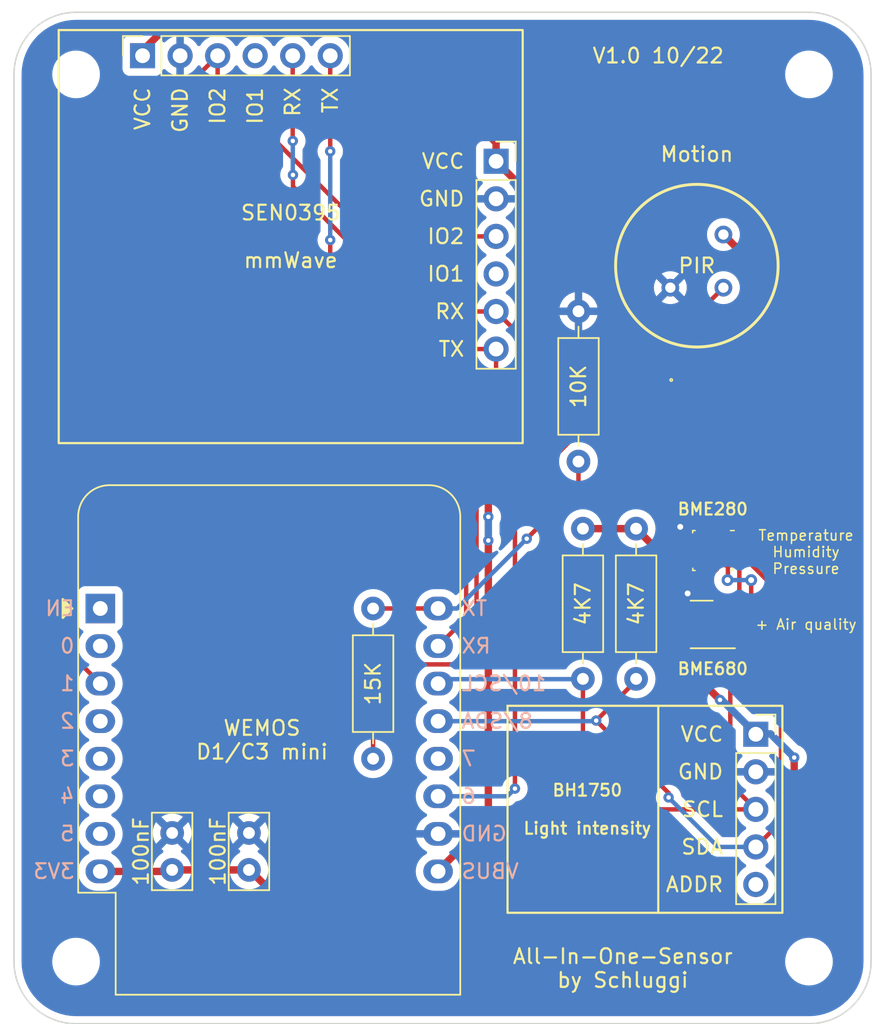
<source format=kicad_pcb>
(kicad_pcb (version 20211014) (generator pcbnew)
  (title_block (title "All-In-One-Sensor") (date "2022-10-18") (rev "1.0") (company "https://github.com/Schluggi/all-in-one-sensor-pcb"))
  (layers (0 "F.Cu" signal) (31 "B.Cu" power) (34 "B.Paste" user) (35 "F.Paste" user) (36 "B.SilkS" user "B.Silkscreen") (37 "F.SilkS" user "F.Silkscreen") (38 "B.Mask" user) (39 "F.Mask" user) (44 "Edge.Cuts" user))
  (net 0 "")
  (net 1 "VCC")
  (net 2 "GND")
  (net 3 "SCL")
  (net 4 "SDA")
  (net 6 "IO2")
  (net 8 "RX")
  (net 9 "TX")
  (net 11 "Net-(U1-Pad2)")
  (net 12 "+5V")
  (net 18 "Net-(R3-Pad1)")
  (footprint "Connector_PinSocket_2.54mm:PinSocket_1x05_P2.54mm_Vertical" (layer "F.Cu") (at 194.6 131.825)
    (fp_text reference "J2" hide)
    (fp_text value "BH170 (0x23)")
    (fp_line (start 0 -1.33) (end 1.33 -1.33) (layer "F.SilkS") (width 0.12))
    (fp_line (start -1.33 11.49) (end 1.33 11.49) (layer "F.SilkS") (width 0.12))
    (fp_line (start 1.33 -1.33) (end 1.33 0) (layer "F.SilkS") (width 0.12))
    (fp_line (start -1.33 1.27) (end -1.33 11.49) (layer "F.SilkS") (width 0.12))
    (fp_line (start -1.33 1.27) (end 1.33 1.27) (layer "F.SilkS") (width 0.12))
    (fp_line (start 1.33 1.27) (end 1.33 11.49) (layer "F.SilkS") (width 0.12))
    (pad "1" thru_hole rect locked (at 0 0) (size 1.7 1.7) (drill 1) (layers *.Cu *.Mask) (net 1 "VCC"))
    (pad "2" thru_hole oval locked (at 0 2.54) (size 1.7 1.7) (drill 1) (layers *.Cu *.Mask) (net 2 "GND"))
    (pad "3" thru_hole oval locked (at 0 5.08) (size 1.7 1.7) (drill 1) (layers *.Cu *.Mask) (net 3 "SCL"))
    (pad "4" thru_hole oval locked (at 0 7.62) (size 1.7 1.7) (drill 1) (layers *.Cu *.Mask) (net 4 "SDA"))
    (pad "5" thru_hole oval locked (at 0 10.16) (size 1.7 1.7) (drill 1) (layers *.Cu *.Mask))
  )
  (footprint "Package_LGA:Bosch_LGA-8_3x3mm_P0.8mm_ClockwisePinNumbering" (layer "F.Cu") (at 191.688173 124.4 -90)
    (fp_text reference "U3" hide)
    (fp_text value "BME680")
    (fp_line (start -1.61 0) (end -1.61 1.5) (layer "F.SilkS") (width 0.12))
    (fp_line (start 1.61 -1.5) (end 1.61 1.5) (layer "F.SilkS") (width 0.12))
    (pad "1" smd roundrect (at -1.2 -1.1875 270) (size 0.5 0.525) (layers "F.Cu" "F.Paste" "F.Mask") (net 2 "GND"))
    (pad "2" smd roundrect (at -0.4 -1.1875 270) (size 0.5 0.525) (layers "F.Cu" "F.Paste" "F.Mask") (net 1 "VCC"))
    (pad "3" smd roundrect (at 0.4 -1.1875 270) (size 0.5 0.525) (layers "F.Cu" "F.Paste" "F.Mask") (net 4 "SDA"))
    (pad "4" smd roundrect (at 1.2 -1.1875 270) (size 0.5 0.525) (layers "F.Cu" "F.Paste" "F.Mask") (net 3 "SCL"))
    (pad "5" smd roundrect (at 1.2 1.1875 270) (size 0.5 0.525) (layers "F.Cu" "F.Paste" "F.Mask") (net 2 "GND"))
    (pad "6" smd roundrect (at 0.4 1.1875 270) (size 0.5 0.525) (layers "F.Cu" "F.Paste" "F.Mask") (net 1 "VCC"))
    (pad "7" smd roundrect (at -0.4 1.1875 270) (size 0.5 0.525) (layers "F.Cu" "F.Paste" "F.Mask") (net 2 "GND"))
    (pad "8" smd roundrect (at -1.2 1.1875 270) (size 0.5 0.525) (layers "F.Cu" "F.Paste" "F.Mask") (net 1 "VCC"))
  )
  (footprint "KiCad:EKMB1193111" (layer "F.Cu") (at 190.612498 99.826485 -90)
    (fp_text reference "U1" hide)
    (fp_text value "EKMC1603111" hide)
    (fp_circle (center 8.039 1.735) (end 8.039 1.76553) (layer "F.SilkS") (width 0.1) (fill none))
    (pad "1" thru_hole circle locked (at 1.79605 1.79605 270) (size 1.2 1.2) (drill 0.7) (layers *.Cu *.Mask) (net 2 "GND"))
    (pad "2" thru_hole circle locked (at 1.79605 -1.79605 270) (size 1.2 1.2) (drill 0.7) (layers *.Cu *.Mask) (net 11 "Net-(U1-Pad2)"))
    (pad "3" thru_hole circle locked (at -1.79605 -1.79605 270) (size 1.2 1.2) (drill 0.7) (layers *.Cu *.Mask) (net 1 "VCC"))
  )
  (footprint "MountingHole:MountingHole_2.2mm_M2" (layer "F.Cu") (at 198.2 147.2)
    (fp_text reference "H4" hide)
    (fp_text value "MountingHole")
    (pad "" np_thru_hole circle (at 0 0) (size 2.2 2.2) (drill 2.2) (layers *.Cu *.Mask))
  )
  (footprint "Package_LGA:Bosch_LGA-8_2.5x2.5mm_P0.65mm_ClockwisePinNumbering" (layer "F.Cu") (at 191.688173 119.4 -90)
    (fp_text reference "U2" hide)
    (fp_text value "BME280")
    (fp_line (start 1.35 1.35) (end 1.35 1.2) (layer "F.SilkS") (width 0.1))
    (fp_line (start 1.35 1.35) (end 1.2 1.35) (layer "F.SilkS") (width 0.1))
    (fp_line (start 1.35 -1.35) (end 1.35 -1.2) (layer "F.SilkS") (width 0.1))
    (fp_line (start -1.35 1.36) (end -1.2 1.36) (layer "F.SilkS") (width 0.1))
    (fp_line (start -1.35 1.35) (end -1.35 1.2) (layer "F.SilkS") (width 0.1))
    (fp_line (start 1.2 -1.35) (end 1.35 -1.35) (layer "F.SilkS") (width 0.1))
    (fp_line (start -1.35 -1.2) (end -1.35 -1.45) (layer "F.SilkS") (width 0.1))
    (pad "1" smd rect (at -0.975 -1.025) (size 0.5 0.35) (layers "F.Cu" "F.Paste" "F.Mask") (net 2 "GND"))
    (pad "2" smd rect (at -0.325 -1.025) (size 0.5 0.35) (layers "F.Cu" "F.Paste" "F.Mask") (net 1 "VCC"))
    (pad "3" smd rect (at 0.325 -1.025) (size 0.5 0.35) (layers "F.Cu" "F.Paste" "F.Mask") (net 4 "SDA"))
    (pad "4" smd rect (at 0.975 -1.025) (size 0.5 0.35) (layers "F.Cu" "F.Paste" "F.Mask") (net 3 "SCL"))
    (pad "5" smd rect (at 0.975 1.025) (size 0.5 0.35) (layers "F.Cu" "F.Paste" "F.Mask") (net 2 "GND"))
    (pad "6" smd rect (at 0.325 1.025) (size 0.5 0.35) (layers "F.Cu" "F.Paste" "F.Mask") (net 1 "VCC"))
    (pad "7" smd rect (at -0.325 1.025) (size 0.5 0.35) (layers "F.Cu" "F.Paste" "F.Mask") (net 2 "GND"))
    (pad "8" smd rect (at -0.975 1.025) (size 0.5 0.35) (layers "F.Cu" "F.Paste" "F.Mask") (net 1 "VCC"))
  )
  (footprint "Capacitor_THT:C_Disc_D5.0mm_W2.5mm_P2.50mm" (layer "F.Cu") (at 155.1 141 90)
    (fp_text reference "C1" hide)
    (fp_text value "100nF")
    (fp_line (start -1.37 -1.37) (end 3.87 -1.37) (layer "F.SilkS") (width 0.12))
    (fp_line (start -1.37 1.37) (end 3.87 1.37) (layer "F.SilkS") (width 0.12))
    (fp_line (start -1.37 -1.37) (end -1.37 1.37) (layer "F.SilkS") (width 0.12))
    (fp_line (start 3.87 -1.37) (end 3.87 1.37) (layer "F.SilkS") (width 0.12))
    (pad "1" thru_hole circle (at 0 0 90) (size 1.6 1.6) (drill 0.8) (layers *.Cu *.Mask) (net 1 "VCC"))
    (pad "2" thru_hole circle (at 2.5 0 90) (size 1.6 1.6) (drill 0.8) (layers *.Cu *.Mask) (net 2 "GND"))
  )
  (footprint "Resistor_THT:R_Axial_DIN0207_L6.3mm_D2.5mm_P10.16mm_Horizontal" (layer "F.Cu") (at 182.9 128.08 90)
    (fp_text reference "R2" hide)
    (fp_text value "4K7")
    (fp_line (start 8.35 -1.37) (end 1.81 -1.37) (layer "F.SilkS") (width 0.12))
    (fp_line (start 8.35 1.37) (end 8.35 -1.37) (layer "F.SilkS") (width 0.12))
    (fp_line (start 1.81 -1.37) (end 1.81 1.37) (layer "F.SilkS") (width 0.12))
    (fp_line (start 1.04 0) (end 1.81 0) (layer "F.SilkS") (width 0.12))
    (fp_line (start 9.12 0) (end 8.35 0) (layer "F.SilkS") (width 0.12))
    (fp_line (start 1.81 1.37) (end 8.35 1.37) (layer "F.SilkS") (width 0.12))
    (pad "1" thru_hole circle (at 0 0 90) (size 1.6 1.6) (drill 0.8) (layers *.Cu *.Mask) (net 3 "SCL"))
    (pad "2" thru_hole oval (at 10.16 0 90) (size 1.6 1.6) (drill 0.8) (layers *.Cu *.Mask) (net 1 "VCC"))
  )
  (footprint "Resistor_THT:R_Axial_DIN0207_L6.3mm_D2.5mm_P10.16mm_Horizontal" (layer "F.Cu") (at 182.6 113.38 90)
    (fp_text reference "R4" hide)
    (fp_text value "15K")
    (fp_line (start 1.04 0) (end 1.81 0) (layer "F.SilkS") (width 0.12))
    (fp_line (start 1.81 -1.37) (end 1.81 1.37) (layer "F.SilkS") (width 0.12))
    (fp_line (start 8.35 1.37) (end 8.35 -1.37) (layer "F.SilkS") (width 0.12))
    (fp_line (start 1.81 1.37) (end 8.35 1.37) (layer "F.SilkS") (width 0.12))
    (fp_line (start 8.35 -1.37) (end 1.81 -1.37) (layer "F.SilkS") (width 0.12))
    (fp_line (start 9.12 0) (end 8.35 0) (layer "F.SilkS") (width 0.12))
    (pad "1" thru_hole circle (at 0 0 90) (size 1.6 1.6) (drill 0.8) (layers *.Cu *.Mask) (net 18 "Net-(R3-Pad1)"))
    (pad "2" thru_hole oval (at 10.16 0 90) (size 1.6 1.6) (drill 0.8) (layers *.Cu *.Mask) (net 2 "GND"))
  )
  (footprint "Connector_PinSocket_2.54mm:PinSocket_1x06_P2.54mm_Vertical" (layer "F.Cu") (at 153.1 85.93625 90)
    (fp_text reference "J4" hide)
    (fp_text value "mmWave2")
    (fp_line (start -1.33 1.27) (end -1.33 14.03) (layer "F.SilkS") (width 0.12))
    (fp_line (start -1.33 1.27) (end 1.33 1.27) (layer "F.SilkS") (width 0.12))
    (fp_line (start -1.33 14.03) (end 1.33 14.03) (layer "F.SilkS") (width 0.12))
    (fp_line (start 1.33 -1.33) (end 1.33 0) (layer "F.SilkS") (width 0.12))
    (fp_line (start 0 -1.33) (end 1.33 -1.33) (layer "F.SilkS") (width 0.12))
    (fp_line (start 1.33 1.27) (end 1.33 14.03) (layer "F.SilkS") (width 0.12))
    (pad "1" thru_hole rect (at 0 0 90) (size 1.7 1.7) (drill 1) (layers *.Cu *.Mask) (net 12 "+5V"))
    (pad "2" thru_hole oval (at 0 2.54 90) (size 1.7 1.7) (drill 1) (layers *.Cu *.Mask) (net 2 "GND"))
    (pad "3" thru_hole oval (at 0 5.08 90) (size 1.7 1.7) (drill 1) (layers *.Cu *.Mask) (net 6 "IO2"))
    (pad "4" thru_hole oval (at 0 7.62 90) (size 1.7 1.7) (drill 1) (layers *.Cu *.Mask))
    (pad "5" thru_hole oval (at 0 10.16 90) (size 1.7 1.7) (drill 1) (layers *.Cu *.Mask) (net 8 "RX"))
    (pad "6" thru_hole oval (at 0 12.7 90) (size 1.7 1.7) (drill 1) (layers *.Cu *.Mask) (net 9 "TX"))
  )
  (footprint "Resistor_THT:R_Axial_DIN0207_L6.3mm_D2.5mm_P10.16mm_Horizontal" (layer "F.Cu") (at 168.7 123.32 -90)
    (fp_text reference "R3" hide)
    (fp_text value "10K")
    (fp_line (start 1.81 1.37) (end 8.35 1.37) (layer "F.SilkS") (width 0.12))
    (fp_line (start 8.35 -1.37) (end 1.81 -1.37) (layer "F.SilkS") (width 0.12))
    (fp_line (start 1.81 -1.37) (end 1.81 1.37) (layer "F.SilkS") (width 0.12))
    (fp_line (start 8.35 1.37) (end 8.35 -1.37) (layer "F.SilkS") (width 0.12))
    (fp_line (start 9.12 0) (end 8.35 0) (layer "F.SilkS") (width 0.12))
    (fp_line (start 1.04 0) (end 1.81 0) (layer "F.SilkS") (width 0.12))
    (pad "1" thru_hole circle (at 0 0 270) (size 1.6 1.6) (drill 0.8) (layers *.Cu *.Mask) (net 18 "Net-(R3-Pad1)"))
    (pad "2" thru_hole oval (at 10.16 0 270) (size 1.6 1.6) (drill 0.8) (layers *.Cu *.Mask) (net 8 "RX"))
  )
  (footprint "MountingHole:MountingHole_2.2mm_M2" (layer "F.Cu") (at 148.6 147.2)
    (fp_text reference "H3" hide)
    (fp_text value "MountingHole")
    (pad "" np_thru_hole circle (at 0 0) (size 2.2 2.2) (drill 2.2) (layers *.Cu *.Mask))
  )
  (footprint "Resistor_THT:R_Axial_DIN0207_L6.3mm_D2.5mm_P10.16mm_Horizontal" (layer "F.Cu") (at 186.5 128.08 90)
    (fp_text reference "R1" hide)
    (fp_text value "4K7")
    (fp_line (start 1.81 1.37) (end 8.35 1.37) (layer "F.SilkS") (width 0.12))
    (fp_line (start 8.35 1.37) (end 8.35 -1.37) (layer "F.SilkS") (width 0.12))
    (fp_line (start 8.35 -1.37) (end 1.81 -1.37) (layer "F.SilkS") (width 0.12))
    (fp_line (start 9.12 0) (end 8.35 0) (layer "F.SilkS") (width 0.12))
    (fp_line (start 1.04 0) (end 1.81 0) (layer "F.SilkS") (width 0.12))
    (fp_line (start 1.81 -1.37) (end 1.81 1.37) (layer "F.SilkS") (width 0.12))
    (pad "1" thru_hole circle (at 0 0 90) (size 1.6 1.6) (drill 0.8) (layers *.Cu *.Mask) (net 4 "SDA"))
    (pad "2" thru_hole oval (at 10.16 0 90) (size 1.6 1.6) (drill 0.8) (layers *.Cu *.Mask) (net 1 "VCC"))
  )
  (footprint "Connector_PinSocket_2.54mm:PinSocket_1x06_P2.54mm_Vertical" (layer "F.Cu") (at 177.025 93.075)
    (fp_text reference "J3" hide)
    (fp_text value "mmWave")
    (fp_line (start -1.33 1.27) (end 1.33 1.27) (layer "F.SilkS") (width 0.12))
    (fp_line (start -1.33 1.27) (end -1.33 14.03) (layer "F.SilkS") (width 0.12))
    (fp_line (start 1.33 -1.33) (end 1.33 0) (layer "F.SilkS") (width 0.12))
    (fp_line (start 1.33 1.27) (end 1.33 14.03) (layer "F.SilkS") (width 0.12))
    (fp_line (start 0 -1.33) (end 1.33 -1.33) (layer "F.SilkS") (width 0.12))
    (fp_line (start -1.33 14.03) (end 1.33 14.03) (layer "F.SilkS") (width 0.12))
    (pad "1" thru_hole rect (at 0 0) (size 1.7 1.7) (drill 1) (layers *.Cu *.Mask) (net 12 "+5V"))
    (pad "2" thru_hole oval (at 0 2.54) (size 1.7 1.7) (drill 1) (layers *.Cu *.Mask) (net 2 "GND"))
    (pad "3" thru_hole oval (at 0 5.08) (size 1.7 1.7) (drill 1) (layers *.Cu *.Mask) (net 6 "IO2"))
    (pad "4" thru_hole oval (at 0 7.62) (size 1.7 1.7) (drill 1) (layers *.Cu *.Mask))
    (pad "5" thru_hole oval (at 0 10.16) (size 1.7 1.7) (drill 1) (layers *.Cu *.Mask) (net 8 "RX"))
    (pad "6" thru_hole oval (at 0 12.7) (size 1.7 1.7) (drill 1) (layers *.Cu *.Mask) (net 9 "TX"))
  )
  (footprint "MountingHole:MountingHole_2.2mm_M2" (layer "F.Cu") (at 198.2 87.2)
    (fp_text reference "H1" hide)
    (fp_text value "MountingHole")
    (pad "" np_thru_hole circle (at 0 0) (size 2.2 2.2) (drill 2.2) (layers *.Cu *.Mask))
  )
  (footprint "Capacitor_THT:C_Disc_D5.0mm_W2.5mm_P2.50mm" (layer "F.Cu") (at 160.3 141 90)
    (fp_text reference "C2" hide)
    (fp_text value "100nF")
    (fp_line (start -1.37 -1.37) (end 3.87 -1.37) (layer "F.SilkS") (width 0.12))
    (fp_line (start -1.37 -1.37) (end -1.37 1.37) (layer "F.SilkS") (width 0.12))
    (fp_line (start 3.87 -1.37) (end 3.87 1.37) (layer "F.SilkS") (width 0.12))
    (fp_line (start -1.37 1.37) (end 3.87 1.37) (layer "F.SilkS") (width 0.12))
    (pad "1" thru_hole circle (at 0 0 90) (size 1.6 1.6) (drill 0.8) (layers *.Cu *.Mask) (net 1 "VCC"))
    (pad "2" thru_hole circle (at 2.5 0 90) (size 1.6 1.6) (drill 0.8) (layers *.Cu *.Mask) (net 2 "GND"))
  )
  (footprint "Module:WEMOS_D1_mini_light" (layer "F.Cu") (at 150.24 123.32)
    (fp_text reference "U4" hide)
    (fp_text value "WEMOS C3/D1 Mini")
    (fp_line (start 22.24 -8.34) (end 0.63 -8.34) (layer "F.SilkS") (width 0.12))
    (fp_line (start 24.36 26.12) (end 24.36 -6.21) (layer "F.SilkS") (width 0.12))
    (fp_line (start 1.04 19.22) (end 1.04 26.12) (layer "F.SilkS") (width 0.12))
    (fp_line (start -1.5 19.22) (end 1.04 19.22) (layer "F.SilkS") (width 0.12))
    (fp_line (start -1.5 19.22) (end -1.5 -6.21) (layer "F.SilkS") (width 0.12))
    (fp_line (start 1.04 26.12) (end 24.36 26.12) (layer "F.SilkS") (width 0.12))
    (fp_arc (start 22.23 -8.34) (mid 23.736137 -7.716137) (end 24.36 -6.21) (layer "F.SilkS") (width 0.12))
    (fp_arc (start -1.5 -6.21) (mid -0.876137 -7.716137) (end 0.63 -8.34) (layer "F.SilkS") (width 0.12))
    (fp_poly (pts (xy -2.54 -0.635) (xy -2.54 0.635) (xy -1.905 0)) (layer "F.SilkS") (width 0.15) (fill solid))
    (pad "1" thru_hole rect locked (at 0 0) (size 2 2) (drill 1) (layers *.Cu *.Mask))
    (pad "2" thru_hole oval locked (at 0 2.54) (size 2 1.6) (drill 1) (layers *.Cu *.Mask))
    (pad "3" thru_hole oval locked (at 0 5.08) (size 2 1.6) (drill 1) (layers *.Cu *.Mask) (net 6 "IO2"))
    (pad "4" thru_hole oval locked (at 0 7.62) (size 2 1.6) (drill 1) (layers *.Cu *.Mask))
    (pad "5" thru_hole oval locked (at 0 10.16) (size 2 1.6) (drill 1) (layers *.Cu *.Mask))
    (pad "6" thru_hole oval locked (at 0 12.7) (size 2 1.6) (drill 1) (layers *.Cu *.Mask))
    (pad "7" thru_hole oval locked (at 0 15.24) (size 2 1.6) (drill 1) (layers *.Cu *.Mask))
    (pad "8" thru_hole oval locked (at 0 17.78) (size 2 1.6) (drill 1) (layers *.Cu *.Mask) (net 1 "VCC"))
    (pad "9" thru_hole oval locked (at 22.86 17.78) (size 2 1.6) (drill 1) (layers *.Cu *.Mask) (net 12 "+5V"))
    (pad "10" thru_hole oval locked (at 22.86 15.24) (size 2 1.6) (drill 1) (layers *.Cu *.Mask) (net 2 "GND"))
    (pad "11" thru_hole oval locked (at 22.86 12.7) (size 2 1.6) (drill 1) (layers *.Cu *.Mask) (net 11 "Net-(U1-Pad2)"))
    (pad "12" thru_hole oval locked (at 22.86 10.16) (size 2 1.6) (drill 1) (layers *.Cu *.Mask))
    (pad "13" thru_hole oval locked (at 22.86 7.62) (size 2 1.6) (drill 1) (layers *.Cu *.Mask) (net 4 "SDA"))
    (pad "14" thru_hole oval locked (at 22.86 5.08) (size 2 1.6) (drill 1) (layers *.Cu *.Mask) (net 3 "SCL"))
    (pad "15" thru_hole oval locked (at 22.86 2.54) (size 2 1.6) (drill 1) (layers *.Cu *.Mask) (net 9 "TX"))
    (pad "16" thru_hole oval locked (at 22.86 0) (size 2 1.6) (drill 1) (layers *.Cu *.Mask) (net 18 "Net-(R3-Pad1)"))
  )
  (footprint "MountingHole:MountingHole_2.2mm_M2" (layer "F.Cu") (at 148.6 87.2)
    (fp_text reference "H2" hide)
    (fp_text value "MountingHole")
    (pad "" np_thru_hole circle locked (at 0 0) (size 2.2 2.2) (drill 2.2) (layers *.Cu *.Mask))
  )
  (gr_line (start 188 143.9) (end 188 129.9) (layer "F.SilkS") (width 0.15))
  (gr_rect (start 147.425 84.2) (end 178.825 112.13625) (layer "F.SilkS") (width 0.15) (fill none))
  (gr_circle (center 190.6125 100.13625) (end 190.6125 105.63625) (layer "F.SilkS") (width 0.2) (fill none))
  (gr_rect (start 196.4 143.9) (end 177.8 129.9) (layer "F.SilkS") (width 0.15) (fill none))
  (gr_line (start 148.6 151.4) (end 198.2 151.4) (layer "Edge.Cuts") (width 0.1))
  (gr_arc (start 202.4 147.2) (mid 201.169848 150.169848) (end 198.2 151.4) (layer "Edge.Cuts") (width 0.1))
  (gr_line (start 198.2 83) (end 148.6 83) (layer "Edge.Cuts") (width 0.1))
  (gr_arc (start 148.6 151.4) (mid 145.630152 150.169848) (end 144.4 147.2) (layer "Edge.Cuts") (width 0.1))
  (gr_line (start 202.4 87.2) (end 202.4 147.2) (layer "Edge.Cuts") (width 0.1))
  (gr_arc (start 198.2 83) (mid 201.169848 84.230152) (end 202.4 87.2) (layer "Edge.Cuts") (width 0.1))
  (gr_line (start 144.4 87.2) (end 144.4 147.2) (layer "Edge.Cuts") (width 0.1))
  (gr_arc (start 144.4 87.2) (mid 145.630152 84.230152) (end 148.6 83) (layer "Edge.Cuts") (width 0.1))
  (gr_text "5" (at 148.004762 138.552) (layer "B.SilkS") (effects (font (size 1 1)) (justify mirror)))
  (gr_text "EN" (at 147.504762 123.312) (layer "B.SilkS") (effects (font (size 1 1)) (justify mirror)))
  (gr_text "0" (at 148.004762 125.852) (layer "B.SilkS") (effects (font (size 1 1)) (justify mirror)))
  (gr_text "RX" (at 175.671428 125.852) (layer "B.SilkS") (effects (font (size 1 1)) (justify mirror)))
  (gr_text "3" (at 148.004762 133.472) (layer "B.SilkS") (effects (font (size 1 1)) (justify mirror)))
  (gr_text "4" (at 148.004762 136.012) (layer "B.SilkS") (effects (font (size 1 1)) (justify mirror)))
  (gr_text "7" (at 175.171428 133.472) (layer "B.SilkS") (effects (font (size 1 1)) (justify mirror)))
  (gr_text "1" (at 148.004762 128.392) (layer "B.SilkS") (effects (font (size 1 1)) (justify mirror)))
  (gr_text "GND" (at 176.219047 138.552) (layer "B.SilkS") (effects (font (size 1 1)) (justify mirror)))
  (gr_text "6" (at 175.171428 136.012) (layer "B.SilkS") (effects (font (size 1 1)) (justify mirror)))
  (gr_text "2" (at 148.004762 130.932) (layer "B.SilkS") (effects (font (size 1 1)) (justify mirror)))
  (gr_text "8/SDA" (at 177.1 130.932) (layer "B.SilkS") (effects (font (size 1 1)) (justify mirror)))
  (gr_text "TX" (at 175.552381 123.312) (layer "B.SilkS") (effects (font (size 1 1)) (justify mirror)))
  (gr_text "VBUS" (at 176.623809 141.092) (layer "B.SilkS") (effects (font (size 1 1)) (justify mirror)))
  (gr_text "10/SCL" (at 177.552381 128.392) (layer "B.SilkS") (effects (font (size 1 1)) (justify mirror)))
  (gr_text "3V3" (at 147.1 141.092) (layer "B.SilkS") (effects (font (size 1 1)) (justify mirror)))
  (gr_text "Temperature\nHumidity\nPressure" (at 198 119.5) (layer "F.SilkS") (effects (font (size 0.7 0.7) (thickness 0.1))))
  (gr_text "RX" (at 163.26 89.074348 90) (layer "F.SilkS") (effects (font (size 1 1))))
  (gr_text "10K" (at 182.6 108.3 90) (layer "F.SilkS") (effects (font (size 1 1))))
  (gr_text "VCC" (at 173.434523 93.075) (layer "F.SilkS") (effects (font (size 1 1))))
  (gr_text "TX" (at 174.005952 105.775) (layer "F.SilkS") (effects (font (size 1 1))))
  (gr_text "15K" (at 168.7 128.400001 90) (layer "F.SilkS") (effects (font (size 1 1))))
  (gr_text "SDA" (at 190.976191 139.445) (layer "F.SilkS") (effects (font (size 1 1))))
  (gr_text "100nF" (at 153 139.75 90) (layer "F.SilkS") (effects (font (size 1 1))))
  (gr_text "VCC" (at 153.1 89.526729 90) (layer "F.SilkS") (effects (font (size 1 1))))
  (gr_text "+ Air quality" (at 198 124.4) (layer "F.SilkS") (effects (font (size 0.7 0.7) (thickness 0.1))))
  (gr_text "RX" (at 173.886904 103.235) (layer "F.SilkS") (effects (font (size 1 1))))
  (gr_text "TX" (at 165.8 88.9553 90) (layer "F.SilkS") (effects (font (size 1 1))))
  (gr_text "100nF" (at 158.2 139.75 90) (layer "F.SilkS") (effects (font (size 1 1))))
  (gr_text "IO1" (at 173.625 100.695) (layer "F.SilkS") (effects (font (size 1 1))))
  (gr_text "SCL" (at 191 136.905) (layer "F.SilkS") (effects (font (size 1 1))))
  (gr_text "BH1750\n\nLight intensity" (at 183.2 136.9) (layer "F.SilkS") (effects (font (size 0.8 0.8))))
  (gr_text "BME680" (at 191.688173 127.4) (layer "F.SilkS") (effects (font (size 0.8 0.8))))
  (gr_text "IO1" (at 160.72 89.336252 90) (layer "F.SilkS") (effects (font (size 1 1))))
  (gr_text "4K7" (at 182.9 123 90) (layer "F.SilkS") (effects (font (size 1 1))))
  (gr_text "VCC" (at 190.952381 131.825) (layer "F.SilkS") (effects (font (size 1 1))))
  (gr_text "PIR" (at 190.6125 100.13625) (layer "F.SilkS") (effects (font (size 1 1))))
  (gr_text "WEMOS\nD1/C3 mini" (at 161.185 132.21) (layer "F.SilkS") (effects (font (size 1 1))))
  (gr_text "Motion" (at 190.6125 92.6) (layer "F.SilkS") (effects (font (size 1 1))))
  (gr_text "All-In-One-Sensor\nby Schluggi" (at 185.6 147.65) (layer "F.SilkS") (effects (font (size 1 1))))
  (gr_text "BME280" (at 191.688173 116.6) (layer "F.SilkS") (effects (font (size 0.8 0.8))))
  (gr_text "IO2" (at 173.625 98.155) (layer "F.SilkS") (effects (font (size 1 1))))
  (gr_text "GND" (at 173.339285 95.615) (layer "F.SilkS") (effects (font (size 1 1))))
  (gr_text "ADDR" (at 190.452381 141.985) (layer "F.SilkS") (effects (font (size 1 1))))
  (gr_text "GND" (at 155.64 89.621967 90) (layer "F.SilkS") (effects (font (size 1 1))))
  (gr_text "4K7" (at 186.5 123 90) (layer "F.SilkS") (effects (font (size 1 1))))
  (gr_text "GND" (at 190.857143 134.365) (layer "F.SilkS") (effects (font (size 1 1))))
  (gr_text "SEN0395\n\nmmWave" (at 163.125 98.168125) (layer "F.SilkS") (effects (font (size 1 1))))
  (gr_text "V1.0 10/22" (at 188 85.93625) (layer "F.SilkS") (effects (font (size 1 1))))
  (gr_text "IO2" (at 158.18 89.336252 90) (layer "F.SilkS") (effects (font (size 1 1))))
  (segment (start 188.305 119.725) (end 190.663173 119.725) (width 0.5) (layer "F.Cu") (net 1))
  (segment (start 192.176173 129.5) (end 191.126346 128.450173) (width 0.5) (layer "F.Cu") (net 1))
  (segment (start 191.126346 128.450173) (end 191.126346 127) (width 0.5) (layer "F.Cu") (net 1))
  (segment (start 191.488173 121) (end 191.888173 120.6) (width 0.5) (layer "F.Cu") (net 1))
  (segment (start 193.388173 119.075) (end 195.2 117.263173) (width 0.5) (layer "F.Cu") (net 1))
  (segment (start 191.888173 118.826472) (end 191.774937 118.713236) (width 0.5) (layer "F.Cu") (net 1))
  (segment (start 196.7 144.6) (end 163.95 144.6) (width 0.5) (layer "F.Cu") (net 1))
  (segment (start 191.8 123.2) (end 192.6 124) (width 0.5) (layer "F.Cu") (net 1))
  (segment (start 188.9 121) (end 191.488173 121) (width 0.5) (layer "F.Cu") (net 1))
  (segment (start 192.713173 119.075) (end 193.388173 119.075) (width 0.5) (layer "F.Cu") (net 1))
  (segment (start 195.2 100.821887) (end 192.408548 98.030435) (width 0.5) (layer "F.Cu") (net 1))
  (segment (start 195.2 117.263173) (end 195.2 100.821887) (width 0.5) (layer "F.Cu") (net 1))
  (segment (start 197.2 133.4) (end 197.2 144.1) (width 0.5) (layer "F.Cu") (net 1))
  (segment (start 191.888173 120.6) (end 191.888173 118.826472) (width 0.5) (layer "F.Cu") (net 1))
  (segment (start 182.9 117.92) (end 186.5 117.92) (width 0.5) (layer "F.Cu") (net 1))
  (segment (start 150.24 141.1) (end 155 141.1) (width 0.5) (layer "F.Cu") (net 1))
  (segment (start 191.486701 118.425) (end 190.663173 118.425) (width 0.5) (layer "F.Cu") (net 1))
  (segment (start 163.95 144.6) (end 160.35 141) (width 0.5) (layer "F.Cu") (net 1))
  (segment (start 192.6 124) (end 192.875673 124) (width 0.5) (layer "F.Cu") (net 1))
  (segment (start 190.500673 123.2) (end 191.8 123.2) (width 0.5) (layer "F.Cu") (net 1))
  (segment (start 191.126346 127) (end 191.8 126.326346) (width 0.5) (layer "F.Cu") (net 1))
  (segment (start 186.5 117.92) (end 188.305 119.725) (width 0.5) (layer "F.Cu") (net 1))
  (segment (start 188.9 120) (end 188.9 121) (width 0.5) (layer "F.Cu") (net 1))
  (segment (start 188.888173 127) (end 191.126346 127) (width 0.5) (layer "F.Cu") (net 1))
  (segment (start 160.35 141) (end 160.3 141) (width 0.5) (layer "F.Cu") (net 1))
  (segment (start 155.1 141) (end 160.3 141) (width 0.5) (layer "F.Cu") (net 1))
  (segment (start 191.8 126.326346) (end 191.8 123.4) (width 0.5) (layer "F.Cu") (net 1))
  (segment (start 188.888173 120.8) (end 188.888173 127) (width 0.5) (layer "F.Cu") (net 1))
  (segment (start 155 141.1) (end 155.1 141) (width 0.5) (layer "F.Cu") (net 1))
  (segment (start 192.713173 119.075) (end 192.136701 119.075) (width 0.5) (layer "F.Cu") (net 1))
  (segment (start 191.774937 118.713236) (end 191.486701 118.425) (width 0.5) (layer "F.Cu") (net 1))
  (segment (start 192.136701 119.075) (end 191.774937 118.713236) (width 0.5) (layer "F.Cu") (net 1))
  (segment (start 190.500673 124.8) (end 189.1 124.8) (width 0.5) (layer "F.Cu") (net 1))
  (segment (start 197.2 144.1) (end 196.7 144.6) (width 0.5) (layer "F.Cu") (net 1))
  (via (at 197.2 133.4) (size 0.7) (drill 0.3) (layers "F.Cu" "B.Cu") (net 1))
  (via (at 192.176173 129.5) (size 0.7) (drill 0.3) (layers "F.Cu" "B.Cu") (net 1))
  (segment (start 192.3 129.5) (end 194.6 131.8) (width 0.5) (layer "B.Cu") (net 1))
  (segment (start 195.6 131.8) (end 194.625 131.8) (width 0.5) (layer "B.Cu") (net 1))
  (segment (start 192.176173 129.5) (end 192.3 129.5) (width 0.5) (layer "B.Cu") (net 1))
  (segment (start 197.2 133.4) (end 195.6 131.8) (width 0.5) (layer "B.Cu") (net 1))
  (segment (start 194.6 131.8) (end 194.6 131.825) (width 0.5) (layer "B.Cu") (net 1))
  (segment (start 194.625 131.8) (end 194.6 131.825) (width 0.5) (layer "B.Cu") (net 1))
  (segment (start 190.663173 120.375) (end 191.213173 120.375) (width 0.3) (layer "F.Cu") (net 2))
  (segment (start 190.500673 125.6) (end 190.634924 125.6) (width 0.3) (layer "F.Cu") (net 2))
  (segment (start 189.888173 122.4) (end 189.988173 122.3) (width 0.3) (layer "F.Cu") (net 2))
  (segment (start 191.213173 120.375) (end 191.288173 120.3) (width 0.3) (layer "F.Cu") (net 2))
  (segment (start 189.888173 123.8) (end 189.888173 122.4) (width 0.3) (layer "F.Cu") (net 2))
  (segment (start 190.088173 122.2) (end 191.875673 122.2) (width 0.3) (layer "F.Cu") (net 2))
  (segment (start 189.988173 122.3) (end 190.088173 122.2) (width 0.3) (layer "F.Cu") (net 2))
  (segment (start 190.634924 125.6) (end 191.113173 125.121751) (width 0.3) (layer "F.Cu") (net 2))
  (segment (start 191.288173 119.075) (end 190.663173 119.075) (width 0.3) (layer "F.Cu") (net 2))
  (segment (start 191.113173 124.425) (end 190.688173 124) (width 0.3) (layer "F.Cu") (net 2))
  (segment (start 190.088173 124) (end 189.888173 123.8) (width 0.3) (layer "F.Cu") (net 2))
  (segment (start 189.488173 117.8) (end 189.488173 118.6) (width 0.3) (layer "F.Cu") (net 2))
  (segment (start 191.113173 125.121751) (end 191.113173 124.425) (width 0.3) (layer "F.Cu") (net 2))
  (segment (start 189.488173 117.8) (end 192.088173 117.8) (width 0.3) (layer "F.Cu") (net 2))
  (segment (start 189.963173 119.075) (end 190.663173 119.075) (width 0.3) (layer "F.Cu") (net 2))
  (segment (start 191.875673 122.2) (end 192.875673 123.2) (width 0.3) (layer "F.Cu") (net 2))
  (segment (start 190.688173 124) (end 190.500673 124) (width 0.3) (layer "F.Cu") (net 2))
  (segment (start 190.500673 124) (end 190.088173 124) (width 0.3) (layer "F.Cu") (net 2))
  (segment (start 189.488173 118.6) (end 189.963173 119.075) (width 0.3) (layer "F.Cu") (net 2))
  (segment (start 191.288173 120.3) (end 191.288173 119.075) (width 0.3) (layer "F.Cu") (net 2))
  (segment (start 192.088173 117.8) (end 192.713173 118.425) (width 0.3) (layer "F.Cu") (net 2))
  (via (at 189.988173 122.3) (size 0.8) (drill 0.4) (layers "F.Cu" "B.Cu") (net 2))
  (via (at 189.488173 117.8) (size 0.8) (drill 0.4) (layers "F.Cu" "B.Cu") (net 2))
  (segment (start 182.585 103.235) (end 182.6 103.22) (width 0.3) (layer "B.Cu") (net 2))
  (segment (start 182.9 128.08) (end 182.9 131.78) (width 0.3) (layer "F.Cu") (net 3))
  (segment (start 194.288173 124.321751) (end 193.009924 125.6) (width 0.3) (layer "F.Cu") (net 3))
  (segment (start 192.713173 120.375) (end 192.713173 121.375) (width 0.3) (layer "F.Cu") (net 3))
  (segment (start 182.9 131.78) (end 188.025 136.905) (width 0.3) (layer "F.Cu") (net 3))
  (segment (start 194.288173 121.4) (end 194.288173 124.321751) (width 0.3) (layer "F.Cu") (net 3))
  (segment (start 192.875673 135.180673) (end 192.875673 125.6) (width 0.3) (layer "F.Cu") (net 3))
  (segment (start 192.713173 121.375) (end 192.688173 121.4) (width 0.3) (layer "F.Cu") (net 3))
  (segment (start 188.025 136.905) (end 194.6 136.905) (width 0.3) (layer "F.Cu") (net 3))
  (segment (start 194.6 136.905) (end 192.875673 135.180673) (width 0.3) (layer "F.Cu") (net 3))
  (segment (start 193.009924 125.6) (end 192.875673 125.6) (width 0.3) (layer "F.Cu") (net 3))
  (via (at 194.288173 121.4) (size 0.8) (drill 0.4) (layers "F.Cu" "B.Cu") (net 3))
  (via (at 192.688173 121.4) (size 0.8) (drill 0.4) (layers "F.Cu" "B.Cu") (net 3))
  (segment (start 182.9 128.08) (end 182.88 128.1) (width 0.3) (layer "B.Cu") (net 3))
  (segment (start 173.4 128.1) (end 173.1 128.4) (width 0.3) (layer "B.Cu") (net 3))
  (segment (start 182.88 128.1) (end 173.4 128.1) (width 0.3) (layer "B.Cu") (net 3))
  (segment (start 192.688173 121.4) (end 194.288173 121.4) (width 0.3) (layer "B.Cu") (net 3))
  (segment (start 188.7 135.8) (end 188.7 136.1) (width 0.3) (layer "F.Cu") (net 4))
  (segment (start 192.713173 119.725) (end 193.263173 119.725) (width 0.3) (layer "F.Cu") (net 4))
  (segment (start 193.263173 119.725) (end 193.488173 119.95) (width 0.3) (layer "F.Cu") (net 4))
  (segment (start 193.673834 119.725) (end 193.263173 119.725) (width 0.3) (layer "F.Cu") (net 4))
  (segment (start 193.488173 124.321751) (end 193.009924 124.8) (width 0.3) (layer "F.Cu") (net 4))
  (segment (start 186.5 128.2) (end 186.5 128.08) (width 0.3) (layer "F.Cu") (net 4))
  (segment (start 183.8 130.9) (end 186.5 128.2) (width 0.3) (layer "F.Cu") (net 4))
  (segment (start 183.8 130.9) (end 188.7 135.8) (width 0.3) (layer "F.Cu") (net 4))
  (segment (start 196.3 122.351166) (end 193.673834 119.725) (width 0.3) (layer "F.Cu") (net 4))
  (segment (start 193.488173 119.95) (end 193.488173 124.321751) (width 0.3) (layer "F.Cu") (net 4))
  (segment (start 196.3 137.745) (end 196.3 122.351166) (width 0.3) (layer "F.Cu") (net 4))
  (segment (start 194.6 139.445) (end 196.3 137.745) (width 0.3) (layer "F.Cu") (net 4))
  (segment (start 193.009924 124.8) (end 192.875673 124.8) (width 0.3) (layer "F.Cu") (net 4))
  (via (at 188.7 136.1) (size 0.7) (drill 0.3) (layers "F.Cu" "B.Cu") (net 4))
  (via (at 183.8 130.9) (size 0.7) (drill 0.3) (layers "F.Cu" "B.Cu") (net 4))
  (segment (start 183.76 130.94) (end 183.8 130.9) (width 0.3) (layer "B.Cu") (net 4))
  (segment (start 173.1 130.94) (end 183.76 130.94) (width 0.3) (layer "B.Cu") (net 4))
  (segment (start 188.7 136.1) (end 192.045 139.445) (width 0.3) (layer "B.Cu") (net 4))
  (segment (start 192.045 139.445) (end 194.6 139.445) (width 0.3) (layer "B.Cu") (net 4))
  (segment (start 146.5 97.61625) (end 158.18 85.93625) (width 0.3) (layer "F.Cu") (net 6))
  (segment (start 158.18 87.78) (end 168.555 98.155) (width 0.3) (layer "F.Cu") (net 6))
  (segment (start 150.24 128.4) (end 146.5 124.66) (width 0.3) (layer "F.Cu") (net 6))
  (segment (start 158.18 85.93625) (end 158.18 87.78) (width 0.3) (layer "F.Cu") (net 6))
  (segment (start 168.555 98.155) (end 177.025 98.155) (width 0.3) (layer "F.Cu") (net 6))
  (segment (start 146.5 124.66) (end 146.5 97.61625) (width 0.3) (layer "F.Cu") (net 6))
  (segment (start 163.277253 94.777253) (end 171.735 103.235) (width 0.3) (layer "F.Cu") (net 8))
  (segment (start 168.7 133.48) (end 168.7 130.4) (width 0.3) (layer "F.Cu") (net 8))
  (segment (start 163.266497 91.7) (end 163.26 91.693503) (width 0.3) (layer "F.Cu") (net 8))
  (segment (start 163.277253 94) (end 163.277253 94.777253) (width 0.3) (layer "F.Cu") (net 8))
  (segment (start 171.735 103.235) (end 177.025 103.235) (width 0.3) (layer "F.Cu") (net 8))
  (segment (start 175.7 114.2) (end 178.5 111.4) (width 0.3) (layer "F.Cu") (net 8))
  (segment (start 168.7 130.4) (end 172 127.1) (width 0.3) (layer "F.Cu") (net 8))
  (segment (start 178.5 104.71) (end 177.025 103.235) (width 0.3) (layer "F.Cu") (net 8))
  (segment (start 175.7 125.7) (end 175.7 114.2) (width 0.3) (layer "F.Cu") (net 8))
  (segment (start 178.5 111.4) (end 178.5 104.71) (width 0.3) (layer "F.Cu") (net 8))
  (segment (start 172 127.1) (end 174.3 127.1) (width 0.3) (layer "F.Cu") (net 8))
  (segment (start 163.26 91.693503) (end 163.26 85.93625) (width 0.3) (layer "F.Cu") (net 8))
  (segment (start 174.3 127.1) (end 175.7 125.7) (width 0.3) (layer "F.Cu") (net 8))
  (via (at 163.266497 91.7) (size 0.7) (drill 0.3) (layers "F.Cu" "B.Cu") (net 8))
  (via (at 163.277253 94) (size 0.7) (drill 0.3) (layers "F.Cu" "B.Cu") (net 8))
  (segment (start 163.266497 93.989244) (end 163.266497 91.7) (width 0.3) (layer "B.Cu") (net 8))
  (segment (start 163.277253 94) (end 163.266497 93.989244) (width 0.3) (layer "B.Cu") (net 8))
  (segment (start 165.8 85.93625) (end 165.8 92.4) (width 0.3) (layer "F.Cu") (net 9))
  (segment (start 175 123.96) (end 173.1 125.86) (width 0.3) (layer "F.Cu") (net 9))
  (segment (start 171.175 105.775) (end 177.025 105.775) (width 0.3) (layer "F.Cu") (net 9))
  (segment (start 177.025 105.775) (end 177.025 111.575) (width 0.3) (layer "F.Cu") (net 9))
  (segment (start 165.8 98.4) (end 165.8 100.4) (width 0.3) (layer "F.Cu") (net 9))
  (segment (start 175 113.6) (end 175 123.96) (width 0.3) (layer "F.Cu") (net 9))
  (segment (start 177.025 111.575) (end 175 113.6) (width 0.3) (layer "F.Cu") (net 9))
  (segment (start 165.8 100.4) (end 171.175 105.775) (width 0.3) (layer "F.Cu") (net 9))
  (via (at 165.8 92.4) (size 0.7) (drill 0.3) (layers "F.Cu" "B.Cu") (net 9))
  (via (at 165.8 98.4) (size 0.7) (drill 0.3) (layers "F.Cu" "B.Cu") (net 9))
  (segment (start 165.8 92.4) (end 165.8 98.4) (width 0.3) (layer "B.Cu") (net 9))
  (segment (start 178.3 135.5) (end 178.3 115.731083) (width 0.3) (layer "F.Cu") (net 11))
  (segment (start 178.3 115.731083) (end 192.408548 101.622535) (width 0.3) (layer "F.Cu") (net 11))
  (via (at 178.3 135.5) (size 0.7) (drill 0.3) (layers "F.Cu" "B.Cu") (net 11))
  (segment (start 177.78 136.02) (end 178.3 135.5) (width 0.3) (layer "B.Cu") (net 11))
  (segment (start 173.1 136.02) (end 177.78 136.02) (width 0.3) (layer "B.Cu") (net 11))
  (segment (start 154.5 84.2) (end 169.4 84.2) (width 0.5) (layer "F.Cu") (net 12))
  (segment (start 176.5 137.6656) (end 173.0736 141.092) (width 0.5) (layer "F.Cu") (net 12))
  (segment (start 179.6 95.65) (end 177.025 93.075) (width 0.5) (layer "F.Cu") (net 12))
  (segment (start 153.1 85.6) (end 154.5 84.2) (width 0.5) (layer "F.Cu") (net 12))
  (segment (start 176.5 114.9) (end 179.6 111.8) (width 0.5) (layer "F.Cu") (net 12))
  (segment (start 169.4 84.2) (end 177.025 91.825) (width 0.5) (layer "F.Cu") (net 12))
  (segment (start 153.1 85.93625) (end 153.1 85.6) (width 0.5) (layer "F.Cu") (net 12))
  (segment (start 177.025 91.825) (end 177.025 93.075) (width 0.5) (layer "F.Cu") (net 12))
  (segment (start 179.6 111.8) (end 179.6 95.65) (width 0.5) (layer "F.Cu") (net 12))
  (segment (start 176.5 117.1205) (end 176.5 114.9) (width 0.5) (layer "F.Cu") (net 12))
  (segment (start 176.5 118.7195) (end 176.5 137.6656) (width 0.5) (layer "F.Cu") (net 12))
  (via (at 176.5 117.1205) (size 0.7) (drill 0.3) (layers "F.Cu" "B.Cu") (net 12))
  (via (at 176.5 118.7195) (size 0.7) (drill 0.3) (layers "F.Cu" "B.Cu") (net 12))
  (segment (start 176.5 117.1205) (end 176.5 118.7195) (width 0.5) (layer "B.Cu") (net 12))
  (segment (start 182.6 115.1) (end 182.6 113.38) (width 0.3) (layer "F.Cu") (net 18))
  (segment (start 168.7 123.32) (end 173.1 123.32) (width 0.3) (layer "F.Cu") (net 18))
  (segment (start 179.1 118.6) (end 182.6 115.1) (width 0.3) (layer "F.Cu") (net 18))
  (via (at 179.1 118.6) (size 0.7) (drill 0.3) (layers "F.Cu" "B.Cu") (net 18))
  (segment (start 179.1 118.6) (end 174.38 123.32) (width 0.3) (layer "B.Cu") (net 18))
  (segment (start 174.38 123.32) (end 173.1 123.32) (width 0.3) (layer "B.Cu") (net 18))
  (zone (net 2) (net_name "GND") (layer "B.Cu") (connect_pads (clearance 0.508)) (min_thickness 0.254) (fill yes (thermal_gap 0.508) (thermal_bridge_width 0.508))
    (polygon (pts (xy 202.4 151.4) (xy 144.4 151.4) (xy 144.4 83) (xy 202.4 83)))
  )
)
</source>
